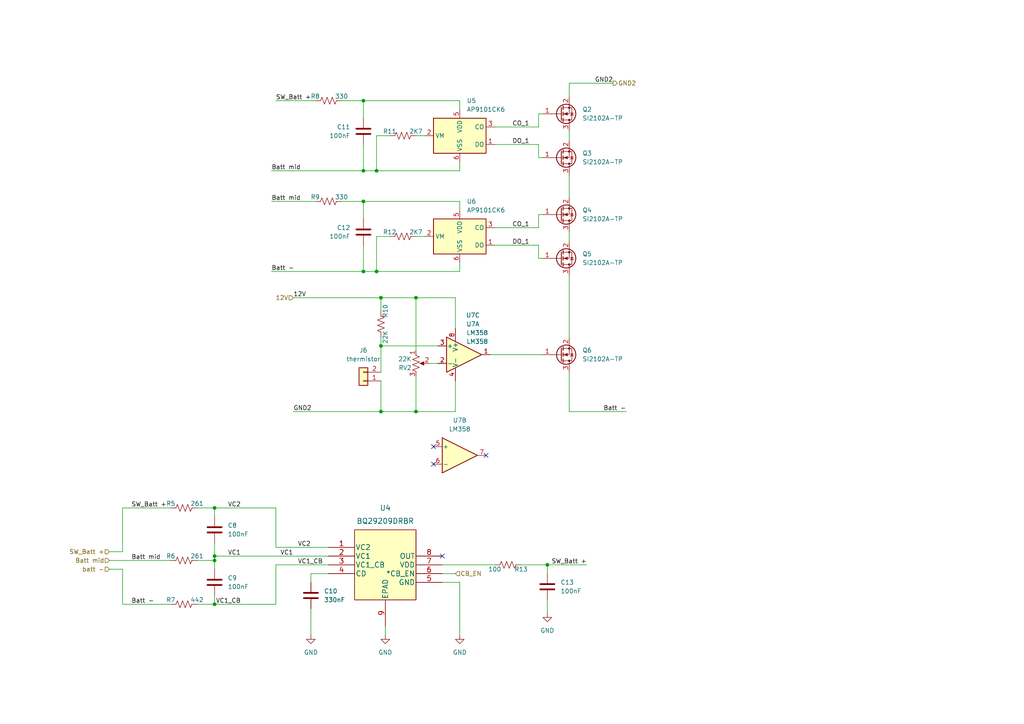
<source format=kicad_sch>
(kicad_sch (version 20211123) (generator eeschema)
  (paper "A4")
  (lib_symbols
    (symbol "Amplifier_Operational:LM358" (pin_names (offset 0.127))
      (property "Reference" "U" (at 0 5.08 0))
      (property "Value" "LM358" (at 0 -5.08 0))
      (symbol "LM358_1_1"
        (polyline (pts (xy -5.08 5.08) (xy 5.08 0) (xy -5.08 -5.08) (xy -5.08 5.08)) (stroke (width 0.254)) (fill (type background)))
        (pin output line (at 7.62 0 180) (length 2.54) (name "~") (number "1"))
        (pin input line (at -7.62 -2.54 0) (length 2.54) (name "-") (number "2"))
        (pin input line (at -7.62 2.54 0) (length 2.54) (name "+") (number "3"))
      )
      (symbol "LM358_2_1"
        (polyline (pts (xy -5.08 5.08) (xy 5.08 0) (xy -5.08 -5.08) (xy -5.08 5.08)) (stroke (width 0.254)) (fill (type background)))
        (pin input line (at -7.62 2.54 0) (length 2.54) (name "+") (number "5"))
        (pin input line (at -7.62 -2.54 0) (length 2.54) (name "-") (number "6"))
        (pin output line (at 7.62 0 180) (length 2.54) (name "~") (number "7"))
      )
      (symbol "LM358_3_1"
        (pin power_in line (at -2.54 -7.62 90) (length 3.81) (name "V-") (number "4"))
        (pin power_in line (at -2.54 7.62 270) (length 3.81) (name "V+") (number "8"))
      )
    )
    (symbol "Battery_Management:AP9101CK6"
      (property "Reference" "U" (at -7.62 6.35 0))
      (property "Value" "AP9101CK6" (at 7.62 6.35 0))
      (symbol "AP9101CK6_0_1"
        (rectangle (start -7.62 5.08) (end 7.62 -5.08) (stroke (width 0.254)) (fill (type background)))
      )
      (symbol "AP9101CK6_1_1"
        (pin output line (at 10.16 -2.54 180) (length 2.54) (name "DO") (number "1"))
        (pin passive line (at -10.16 0 0) (length 2.54) (name "VM") (number "2"))
        (pin output line (at 10.16 2.54 180) (length 2.54) (name "CO") (number "3"))
        (pin no_connect line (at -7.62 -2.54 0) (length 2.54) hide (name "NC") (number "4"))
        (pin power_in line (at 0 7.62 270) (length 2.54) (name "VDD") (number "5"))
        (pin power_in line (at 0 -7.62 90) (length 2.54) (name "VSS") (number "6"))
      )
    )
    (symbol "Connector_Generic:Conn_01x02" (pin_names (offset 1.016) hide)
      (property "Reference" "J" (at 0 2.54 0))
      (property "Value" "Conn_01x02" (at 0 -5.08 0))
      (symbol "Conn_01x02_1_1"
        (rectangle (start -1.27 -2.413) (end 0 -2.667) (stroke (width 0.1524)))
        (rectangle (start -1.27 0.127) (end 0 -0.127) (stroke (width 0.1524)))
        (rectangle (start -1.27 1.27) (end 1.27 -3.81) (stroke (width 0.254)) (fill (type background)))
        (pin passive line (at -5.08 0 0) (length 3.81) (name "Pin_1") (number "1"))
        (pin passive line (at -5.08 -2.54 0) (length 3.81) (name "Pin_2") (number "2"))
      )
    )
    (symbol "Device:C" (pin_numbers hide) (pin_names (offset 0.254))
      (property "Reference" "C" (at 0.635 2.54 0))
      (property "Value" "C" (at 0.635 -2.54 0))
      (symbol "C_0_1"
        (polyline (pts (xy -2.032 -0.762) (xy 2.032 -0.762)) (stroke (width 0.508)))
        (polyline (pts (xy -2.032 0.762) (xy 2.032 0.762)) (stroke (width 0.508)))
      )
      (symbol "C_1_1"
        (pin passive line (at 0 3.81 270) (length 2.794) (name "~") (number "1"))
        (pin passive line (at 0 -3.81 90) (length 2.794) (name "~") (number "2"))
      )
    )
    (symbol "Device:R_Potentiometer_US" (pin_names (offset 1.016) hide)
      (property "Reference" "RV" (at -4.445 0 90))
      (property "Value" "R_Potentiometer_US" (at -2.54 0 90))
      (symbol "R_Potentiometer_US_0_1"
        (polyline (pts (xy 0 -2.286) (xy 0 -2.54)))
        (polyline (pts (xy 0 2.54) (xy 0 2.286)))
        (polyline (pts (xy 2.54 0) (xy 1.524 0)))
        (polyline (pts (xy 1.143 0) (xy 2.286 0.508) (xy 2.286 -0.508) (xy 1.143 0)) (fill (type outline)))
        (polyline (pts (xy 0 -0.762) (xy 1.016 -1.143) (xy 0 -1.524) (xy -1.016 -1.905) (xy 0 -2.286)))
        (polyline (pts (xy 0 0.762) (xy 1.016 0.381) (xy 0 0) (xy -1.016 -0.381) (xy 0 -0.762)))
        (polyline (pts (xy 0 2.286) (xy 1.016 1.905) (xy 0 1.524) (xy -1.016 1.143) (xy 0 0.762)))
      )
      (symbol "R_Potentiometer_US_1_1"
        (pin passive line (at 0 3.81 270) (length 1.27) (name "1") (number "1"))
        (pin passive line (at 3.81 0 180) (length 1.27) (name "2") (number "2"))
        (pin passive line (at 0 -3.81 90) (length 1.27) (name "3") (number "3"))
      )
    )
    (symbol "Device:R_US" (pin_numbers hide) (pin_names (offset 0))
      (property "Reference" "R" (at 2.54 0 90))
      (property "Value" "R_US" (at -2.54 0 90))
      (symbol "R_US_0_1"
        (polyline (pts (xy 0 -2.286) (xy 0 -2.54)))
        (polyline (pts (xy 0 2.286) (xy 0 2.54)))
        (polyline (pts (xy 0 -0.762) (xy 1.016 -1.143) (xy 0 -1.524) (xy -1.016 -1.905) (xy 0 -2.286)))
        (polyline (pts (xy 0 0.762) (xy 1.016 0.381) (xy 0 0) (xy -1.016 -0.381) (xy 0 -0.762)))
        (polyline (pts (xy 0 2.286) (xy 1.016 1.905) (xy 0 1.524) (xy -1.016 1.143) (xy 0 0.762)))
      )
      (symbol "R_US_1_1"
        (pin passive line (at 0 3.81 270) (length 1.27) (name "~") (number "1"))
        (pin passive line (at 0 -3.81 90) (length 1.27) (name "~") (number "2"))
      )
    )
    (symbol "My_library:BQ29209DRBR" (pin_names (offset 0.254))
      (property "Reference" "U" (at 7.62 8.89 0))
      (property "Value" "BQ29209DRBR" (at 15.24 6.35 0))
      (symbol "BQ29209DRBR_0_1"
        (rectangle (start 7.62 -15.24) (end 25.4 5.08))
        (rectangle (start 7.62 5.08) (end 25.4 -15.24) (fill (type background)))
      )
      (symbol "BQ29209DRBR_1_1"
        (polyline (pts (xy 7.62 -15.24) (xy 25.4 -15.24)) (stroke (width 0.127)))
        (polyline (pts (xy 7.62 5.08) (xy 7.62 -15.24)) (stroke (width 0.127)))
        (polyline (pts (xy 25.4 -15.24) (xy 25.4 5.08)) (stroke (width 0.127)))
        (polyline (pts (xy 25.4 5.08) (xy 7.62 5.08)) (stroke (width 0.127)))
        (pin input line (at 0 0 0) (length 7.62) (name "VC2") (number "1"))
        (pin input line (at 0 -2.54 0) (length 7.62) (name "VC1") (number "2"))
        (pin input line (at 0 -5.08 0) (length 7.62) (name "VC1_CB") (number "3"))
        (pin unspecified line (at 0 -7.62 0) (length 7.62) (name "CD") (number "4"))
        (pin power_in line (at 33.02 -10.16 180) (length 7.62) (name "GND") (number "5"))
        (pin unspecified line (at 33.02 -7.62 180) (length 7.62) (name "*CB_EN") (number "6"))
        (pin power_in line (at 33.02 -5.08 180) (length 7.62) (name "VDD") (number "7"))
        (pin output line (at 33.02 -2.54 180) (length 7.62) (name "OUT") (number "8"))
        (pin power_in line (at 16.51 -22.86 90) (length 7.62) (name "EPAD") (number "9"))
      )
    )
    (symbol "Transistor_FET:SI2102A-TP" (pin_names hide)
      (property "Reference" "Q" (at 5.08 1.905 0))
      (property "Value" "SI2102A-TP" (at 5.08 0 0))
      (symbol "SI2102A-TP_0_1"
        (polyline (pts (xy 0.254 0) (xy -2.54 0)))
        (polyline (pts (xy 0.254 1.905) (xy 0.254 -1.905)) (stroke (width 0.254)))
        (polyline (pts (xy 0.762 -1.27) (xy 0.762 -2.286)) (stroke (width 0.254)))
        (polyline (pts (xy 0.762 0.508) (xy 0.762 -0.508)) (stroke (width 0.254)))
        (polyline (pts (xy 0.762 2.286) (xy 0.762 1.27)) (stroke (width 0.254)))
        (polyline (pts (xy 2.54 2.54) (xy 2.54 1.778)))
        (polyline (pts (xy 2.54 -2.54) (xy 2.54 0) (xy 0.762 0)))
        (polyline (pts (xy 0.762 -1.778) (xy 3.302 -1.778) (xy 3.302 1.778) (xy 0.762 1.778)))
        (polyline (pts (xy 1.016 0) (xy 2.032 0.381) (xy 2.032 -0.381) (xy 1.016 0)) (fill (type outline)))
        (polyline (pts (xy 2.794 0.508) (xy 2.921 0.381) (xy 3.683 0.381) (xy 3.81 0.254)))
        (polyline (pts (xy 3.302 0.381) (xy 2.921 -0.254) (xy 3.683 -0.254) (xy 3.302 0.381)))
        (circle (center 1.651 0) (radius 2.794) (stroke (width 0.254)))
        (circle (center 2.54 -1.778) (radius 0.254) (fill (type outline)))
        (circle (center 2.54 1.778) (radius 0.254) (fill (type outline)))
      )
      (symbol "SI2102A-TP_1_1"
        (pin input line (at -5.08 0 0) (length 2.54) (name "G") (number "1"))
        (pin passive line (at 2.54 -5.08 90) (length 2.54) (name "S") (number "2"))
        (pin passive line (at 2.54 5.08 270) (length 2.54) (name "D") (number "3"))
      )
    )
    (symbol "power:GND" (power) (pin_names (offset 0))
      (property "Value" "GND" (at 0 -3.81 0))
      (symbol "GND_0_1"
        (polyline (pts (xy 0 0) (xy 0 -1.27) (xy 1.27 -1.27) (xy 0 -2.54) (xy -1.27 -1.27) (xy 0 -1.27)))
      )
      (symbol "GND_1_1"
        (pin power_in line (at 0 0 270) (length 0) hide (name "GND") (number "1"))
      )
    )
  )
  (junction (at 105.41 29.21))
  (junction (at 62.23 162.56))
  (junction (at 158.75 163.83))
  (junction (at 110.49 119.38))
  (junction (at 110.49 100.33))
  (junction (at 105.41 58.42))
  (junction (at 109.22 78.74))
  (junction (at 62.23 161.29))
  (junction (at 105.41 78.74))
  (junction (at 105.41 49.53))
  (junction (at 109.22 49.53))
  (junction (at 120.65 86.36))
  (junction (at 62.23 147.32))
  (junction (at 120.65 119.38))
  (junction (at 62.23 175.26))
  (junction (at 110.49 86.36))
  (no_connect (at 125.73 129.54))
  (no_connect (at 125.73 134.62))
  (no_connect (at 140.97 132.08))
  (no_connect (at 128.27 161.29))
  (wire (pts (xy 111.76 181.61) (xy 111.76 184.15)))
  (wire (pts (xy 156.21 62.23) (xy 157.48 62.23)))
  (wire (pts (xy 165.1 67.31) (xy 165.1 69.85)))
  (wire (pts (xy 133.35 60.96) (xy 133.35 58.42)))
  (wire (pts (xy 120.65 68.58) (xy 123.19 68.58)))
  (wire (pts (xy 165.1 24.13) (xy 165.1 27.94)))
  (wire (pts (xy 143.51 66.04) (xy 156.21 66.04)))
  (wire (pts (xy 120.65 119.38) (xy 110.49 119.38)))
  (wire (pts (xy 62.23 162.56) (xy 62.23 165.1)))
  (wire (pts (xy 35.56 165.1) (xy 35.56 175.26)))
  (wire (pts (xy 105.41 58.42) (xy 133.35 58.42)))
  (wire (pts (xy 158.75 163.83) (xy 170.18 163.83)))
  (wire (pts (xy 165.1 24.13) (xy 177.8 24.13)))
  (wire (pts (xy 31.75 165.1) (xy 35.56 165.1)))
  (wire (pts (xy 62.23 157.48) (xy 62.23 161.29)))
  (wire (pts (xy 110.49 100.33) (xy 127 100.33)))
  (wire (pts (xy 110.49 97.79) (xy 110.49 100.33)))
  (wire (pts (xy 105.41 78.74) (xy 109.22 78.74)))
  (wire (pts (xy 62.23 147.32) (xy 62.23 149.86)))
  (wire (pts (xy 31.75 160.02) (xy 35.56 160.02)))
  (wire (pts (xy 99.06 29.21) (xy 105.41 29.21)))
  (wire (pts (xy 80.01 158.75) (xy 80.01 147.32)))
  (wire (pts (xy 133.35 31.75) (xy 133.35 29.21)))
  (wire (pts (xy 78.74 78.74) (xy 105.41 78.74)))
  (wire (pts (xy 99.06 58.42) (xy 105.41 58.42)))
  (wire (pts (xy 90.17 176.53) (xy 90.17 184.15)))
  (wire (pts (xy 120.65 39.37) (xy 123.19 39.37)))
  (wire (pts (xy 156.21 71.12) (xy 156.21 74.93)))
  (wire (pts (xy 110.49 110.49) (xy 110.49 119.38)))
  (wire (pts (xy 120.65 109.22) (xy 120.65 119.38)))
  (wire (pts (xy 128.27 166.37) (xy 132.08 166.37)))
  (wire (pts (xy 62.23 161.29) (xy 95.25 161.29)))
  (wire (pts (xy 156.21 36.83) (xy 156.21 33.02)))
  (wire (pts (xy 151.13 163.83) (xy 158.75 163.83)))
  (wire (pts (xy 85.09 119.38) (xy 110.49 119.38)))
  (wire (pts (xy 90.17 166.37) (xy 95.25 166.37)))
  (wire (pts (xy 110.49 86.36) (xy 110.49 90.17)))
  (wire (pts (xy 109.22 39.37) (xy 109.22 49.53)))
  (wire (pts (xy 80.01 175.26) (xy 80.01 163.83)))
  (wire (pts (xy 156.21 33.02) (xy 157.48 33.02)))
  (wire (pts (xy 165.1 50.8) (xy 165.1 57.15)))
  (wire (pts (xy 156.21 66.04) (xy 156.21 62.23)))
  (wire (pts (xy 78.74 58.42) (xy 91.44 58.42)))
  (wire (pts (xy 110.49 100.33) (xy 110.49 107.95)))
  (wire (pts (xy 80.01 163.83) (xy 95.25 163.83)))
  (wire (pts (xy 80.01 29.21) (xy 91.44 29.21)))
  (wire (pts (xy 143.51 71.12) (xy 156.21 71.12)))
  (wire (pts (xy 105.41 41.91) (xy 105.41 49.53)))
  (wire (pts (xy 62.23 147.32) (xy 80.01 147.32)))
  (wire (pts (xy 31.75 162.56) (xy 49.53 162.56)))
  (wire (pts (xy 133.35 168.91) (xy 128.27 168.91)))
  (wire (pts (xy 62.23 172.72) (xy 62.23 175.26)))
  (wire (pts (xy 113.03 39.37) (xy 109.22 39.37)))
  (wire (pts (xy 120.65 101.6) (xy 120.65 86.36)))
  (wire (pts (xy 143.51 36.83) (xy 156.21 36.83)))
  (wire (pts (xy 132.08 110.49) (xy 132.08 119.38)))
  (wire (pts (xy 156.21 45.72) (xy 157.48 45.72)))
  (wire (pts (xy 105.41 29.21) (xy 133.35 29.21)))
  (wire (pts (xy 35.56 160.02) (xy 35.56 147.32)))
  (wire (pts (xy 105.41 71.12) (xy 105.41 78.74)))
  (wire (pts (xy 62.23 175.26) (xy 80.01 175.26)))
  (wire (pts (xy 105.41 58.42) (xy 105.41 63.5)))
  (wire (pts (xy 120.65 119.38) (xy 132.08 119.38)))
  (wire (pts (xy 113.03 68.58) (xy 109.22 68.58)))
  (wire (pts (xy 142.24 102.87) (xy 157.48 102.87)))
  (wire (pts (xy 156.21 74.93) (xy 157.48 74.93)))
  (wire (pts (xy 165.1 38.1) (xy 165.1 40.64)))
  (wire (pts (xy 165.1 119.38) (xy 181.61 119.38)))
  (wire (pts (xy 62.23 162.56) (xy 57.15 162.56)))
  (wire (pts (xy 133.35 184.15) (xy 133.35 168.91)))
  (wire (pts (xy 57.15 147.32) (xy 62.23 147.32)))
  (wire (pts (xy 109.22 78.74) (xy 133.35 78.74)))
  (wire (pts (xy 35.56 175.26) (xy 49.53 175.26)))
  (wire (pts (xy 85.09 86.36) (xy 110.49 86.36)))
  (wire (pts (xy 62.23 161.29) (xy 62.23 162.56)))
  (wire (pts (xy 35.56 147.32) (xy 49.53 147.32)))
  (wire (pts (xy 132.08 95.25) (xy 132.08 86.36)))
  (wire (pts (xy 90.17 168.91) (xy 90.17 166.37)))
  (wire (pts (xy 158.75 173.99) (xy 158.75 177.8)))
  (wire (pts (xy 156.21 41.91) (xy 156.21 45.72)))
  (wire (pts (xy 165.1 107.95) (xy 165.1 119.38)))
  (wire (pts (xy 120.65 86.36) (xy 110.49 86.36)))
  (wire (pts (xy 78.74 49.53) (xy 105.41 49.53)))
  (wire (pts (xy 124.46 105.41) (xy 127 105.41)))
  (wire (pts (xy 133.35 78.74) (xy 133.35 76.2)))
  (wire (pts (xy 95.25 158.75) (xy 80.01 158.75)))
  (wire (pts (xy 109.22 49.53) (xy 133.35 49.53)))
  (wire (pts (xy 57.15 175.26) (xy 62.23 175.26)))
  (wire (pts (xy 128.27 163.83) (xy 143.51 163.83)))
  (wire (pts (xy 132.08 86.36) (xy 120.65 86.36)))
  (wire (pts (xy 158.75 163.83) (xy 158.75 166.37)))
  (wire (pts (xy 165.1 80.01) (xy 165.1 97.79)))
  (wire (pts (xy 109.22 68.58) (xy 109.22 78.74)))
  (wire (pts (xy 133.35 49.53) (xy 133.35 46.99)))
  (wire (pts (xy 143.51 41.91) (xy 156.21 41.91)))
  (wire (pts (xy 105.41 49.53) (xy 109.22 49.53)))
  (wire (pts (xy 105.41 29.21) (xy 105.41 34.29)))
  (label "Batt mid" (at 78.74 49.53 0))
  (label "CO_1" (at 148.59 36.83 0))
  (label "Batt mid" (at 78.74 58.42 0))
  (label "DO_1" (at 148.59 71.12 0))
  (label "VC1_CB" (at 69.85 175.26 180))
  (label "VC1_CB" (at 86.36 163.83 0))
  (label "Batt -" (at 38.1 175.26 0))
  (label "GND2" (at 177.8 24.13 180))
  (label "VC1" (at 81.28 161.29 0))
  (label "VC2" (at 86.36 158.75 0))
  (label "CO_1" (at 148.59 66.04 0))
  (label "Batt -" (at 78.74 78.74 0))
  (label "DO_1" (at 148.59 41.91 0))
  (label "Batt mid" (at 38.1 162.56 0))
  (label "SW_Batt +" (at 38.1 147.32 0))
  (label "SW_Batt +" (at 170.18 163.83 180))
  (label "Batt -" (at 181.61 119.38 180))
  (label "GND2" (at 85.09 119.38 0))
  (label "SW_Batt +" (at 80.01 29.21 0))
  (label "12V" (at 85.09 86.36 0))
  (label "VC1" (at 69.85 161.29 180))
  (label "VC2" (at 69.85 147.32 180))
  (hierarchical_label "Batt mid" (shape input) (at 31.75 162.56 180))
  (hierarchical_label "batt -" (shape input) (at 31.75 165.1 180))
  (hierarchical_label "GND2" (shape output) (at 177.8 24.13 0))
  (hierarchical_label "12V" (shape input) (at 85.09 86.36 180))
  (hierarchical_label "SW_Batt +" (shape input) (at 31.75 160.02 180))
  (hierarchical_label "CB_EN" (shape input) (at 132.08 166.37 0))
  (symbol (lib_id "Battery_Management:AP9101CK6") (at 133.35 68.58 0) (unit 1)
    (property "Reference" "U6" (at 135.3694 58.42 0) (effects (justify left)))
    (property "Value" "AP9101CK6" (at 135.3694 60.96 0) (effects (justify left)))
    (property "Footprint" "Package_TO_SOT_SMD:SOT-23-6" (effects hide))
    (property "Datasheet" "https://www.diodes.com/assets/Datasheets/AP9101C.pdf" (effects hide))
    (property "Part number" "AP9101CK6" (effects hide))
  )
  (symbol (lib_id "Device:R_US") (at 116.84 68.58 270) (unit 1)
    (property "Reference" "R12" (at 113.03 67.31 90))
    (property "Value" "2K7" (at 120.65 67.31 90))
    (property "Footprint" "Resistor_SMD:R_0805_2012Metric_Pad1.20x1.40mm_HandSolder" (effects hide))
    (property "Datasheet" "https://www.seielect.com/catalog/sei-rmcf_rmcp.pdf" (effects hide))
    (property "Digikey link" "https://www.digikey.ca/en/products/detail/stackpole-electronics-inc/RMCF0805FT2K70/1760308" (effects hide))
    (property "Part number" "RMCF0805FT2K70" (effects hide))
  )
  (symbol (lib_id "Transistor_FET:SI2102A-TP") (at 162.56 62.23 0) (mirror x) (unit 1)
    (property "Reference" "Q4" (at 168.91 60.9599 0) (effects (justify left)))
    (property "Value" "SI2102A-TP" (at 168.91 63.4999 0) (effects (justify left)))
    (property "Footprint" "Package_TO_SOT_SMD:SOT-323_SC-70" (effects hide))
    (property "Datasheet" "https://www.mccsemi.com/pdf/Products/SI2102A(SOT-323).pdf" (effects hide))
    (property "Digikey link" "https://www.digikey.ca/en/products/detail/micro-commercial-co/SI2102A-TP/15277502?s=N4IgTCBcDaIMoEkwEYAMYCCBaAKgBRAF0BfIA" (effects hide))
    (property "Part number" "SI2102A-TP" (effects hide))
  )
  (symbol (lib_id "Device:R_Potentiometer_US") (at 120.65 105.41 0) (unit 1)
    (property "Reference" "RV2" (at 119.38 106.68 0) (effects (justify right)))
    (property "Value" "22K" (at 119.38 104.14 0) (effects (justify right)))
    (property "Footprint" "Potentiometer_THT:3362P-1-223LF" (effects hide))
    (property "Datasheet" "https://www.bourns.com/docs/Product-Datasheets/3362.pdf" (effects hide))
    (property "Part number" "3362P-1-223LF" (effects hide))
    (property "Digikey link" "https://www.digikey.ca/en/products/detail/bourns-inc/3362P-1-223LF/2536622" (effects hide))
    (property "Manufacturer" "Bourns Inc." (effects hide))
  )
  (symbol (lib_id "Device:C") (at 62.23 153.67 0) (unit 1)
    (property "Reference" "C8" (at 66.04 152.3999 0) (effects (justify left)))
    (property "Value" "100nF" (at 66.04 154.9399 0) (effects (justify left)))
    (property "Footprint" "Capacitor_SMD:C_0805_2012Metric_Pad1.18x1.45mm_HandSolder" (effects hide))
    (property "Datasheet" "https://www.seielect.com/Catalog/SEI-CML.PDF" (effects hide))
    (property "Digikey link" "https://www.digikey.ca/en/products/detail/stackpole-electronics-inc/CML0805Y5V104ZT50V/10660028" (effects hide))
    (property "Part number" "CML0805Y5V104ZT50V" (effects hide))
  )
  (symbol (lib_id "Device:R_US") (at 110.49 93.98 180) (unit 1)
    (property "Reference" "R10" (at 111.76 90.17 90))
    (property "Value" "22K" (at 111.76 97.79 90))
    (property "Footprint" "Resistor_SMD:R_0805_2012Metric_Pad1.20x1.40mm_HandSolder" (effects hide))
    (property "Datasheet" "https://www.seielect.com/catalog/sei-rmcf_rmcp.pdf" (effects hide))
    (property "Digikey link" "https://www.digikey.ca/en/products/detail/stackpole-electronics-inc/RMCF0201FT113K/5965944" (effects hide))
    (property "Part number" "RMCF0201FT113K" (effects hide))
  )
  (symbol (lib_id "My_library:BQ29209DRBR") (at 95.25 158.75 0) (unit 1)
    (property "Reference" "U4" (at 111.76 147.32 0) (effects (font (size 1.524 1.524))))
    (property "Value" "BQ29209DRBR" (at 111.76 151.13 0) (effects (font (size 1.524 1.524))))
    (property "Footprint" "My_footprints:BQ29209DRBR" (effects hide))
    (property "Datasheet" "https://www.ti.com/lit/ds/symlink/bq29209.pdf?HQS=dis-dk-null-digikeymode-dsf-pf-null-wwe&ts=1667434051714&ref_url=https%253A%252F%252Fwww.ti.com%252Fgeneral%252Fdocs%252Fsuppproductinfo.tsp%253FdistId%253D10%2526gotoUrl%253Dhttps%253A%252F%252Fwww.ti.com%252Flit%252Fgpn%252Fbq29209" (effects hide))
    (property "Digikey link" "https://www.digikey.ca/en/products/detail/texas-instruments/BQ29209DRBR/2350205?s=N4IgTCBcDaIEIEUwE4wAZkBEBKdsgF0BfIA" (effects hide))
    (property "Part number" "BQ29209DRBR" (effects hide))
  )
  (symbol (lib_id "Device:C") (at 90.17 172.72 0) (unit 1)
    (property "Reference" "C10" (at 93.98 171.4499 0) (effects (justify left)))
    (property "Value" "330nF" (at 93.98 173.9899 0) (effects (justify left)))
    (property "Footprint" "Capacitor_SMD:C_0805_2012Metric_Pad1.18x1.45mm_HandSolder" (effects hide))
    (property "Datasheet" "https://www.we-online.com/katalog/datasheet/885012207101.pdf" (effects hide))
    (property "Digikey link" "https://www.digikey.ca/en/products/detail/w%C3%BCrth-elektronik/885012207101/5453531" (effects hide))
    (property "Part number" "885012207101" (effects hide))
  )
  (symbol (lib_id "Device:R_US") (at 116.84 39.37 270) (unit 1)
    (property "Reference" "R11" (at 113.03 38.1 90))
    (property "Value" "2K7" (at 120.65 38.1 90))
    (property "Footprint" "Resistor_SMD:R_0805_2012Metric_Pad1.20x1.40mm_HandSolder" (effects hide))
    (property "Datasheet" "https://www.seielect.com/catalog/sei-rmcf_rmcp.pdf" (effects hide))
    (property "Digikey link" "https://www.digikey.ca/en/products/detail/stackpole-electronics-inc/RMCF0805FT2K70/1760308" (effects hide))
    (property "Part number" "RMCF0805FT2K70" (effects hide))
  )
  (symbol (lib_id "Connector_Generic:Conn_01x02") (at 105.41 110.49 180) (unit 1)
    (property "Reference" "J6" (at 105.41 101.6 0))
    (property "Value" "thermistor" (at 105.41 104.14 0))
    (property "Footprint" "Connector_JST:JST_EH_B2B-EH-A_1x02_P2.50mm_Vertical" (effects hide))
  )
  (symbol (lib_id "Transistor_FET:SI2102A-TP") (at 162.56 74.93 0) (mirror x) (unit 1)
    (property "Reference" "Q5" (at 168.91 73.6599 0) (effects (justify left)))
    (property "Value" "SI2102A-TP" (at 168.91 76.1999 0) (effects (justify left)))
    (property "Footprint" "Package_TO_SOT_SMD:SOT-323_SC-70" (effects hide))
    (property "Datasheet" "https://www.mccsemi.com/pdf/Products/SI2102A(SOT-323).pdf" (effects hide))
    (property "Digikey link" "https://www.digikey.ca/en/products/detail/micro-commercial-co/SI2102A-TP/15277502?s=N4IgTCBcDaIMoEkwEYAMYCCBaAKgBRAF0BfIA" (effects hide))
    (property "Part number" "SI2102A-TP" (effects hide))
  )
  (symbol (lib_id "Transistor_FET:SI2102A-TP") (at 162.56 33.02 0) (mirror x) (unit 1)
    (property "Reference" "Q2" (at 168.91 31.7499 0) (effects (justify left)))
    (property "Value" "SI2102A-TP" (at 168.91 34.2899 0) (effects (justify left)))
    (property "Footprint" "Package_TO_SOT_SMD:SOT-323_SC-70" (effects hide))
    (property "Datasheet" "https://www.mccsemi.com/pdf/Products/SI2102A(SOT-323).pdf" (effects hide))
    (property "Digikey link" "https://www.digikey.ca/en/products/detail/micro-commercial-co/SI2102A-TP/15277502?s=N4IgTCBcDaIMoEkwEYAMYCCBaAKgBRAF0BfIA" (effects hide))
    (property "Part number" "SI2102A-TP" (effects hide))
  )
  (symbol (lib_id "Device:C") (at 105.41 67.31 0) (mirror x) (unit 1)
    (property "Reference" "C12" (at 101.6 66.0399 0) (effects (justify right)))
    (property "Value" "100nF" (at 101.6 68.5799 0) (effects (justify right)))
    (property "Footprint" "Capacitor_SMD:C_0805_2012Metric_Pad1.18x1.45mm_HandSolder" (effects hide))
    (property "Datasheet" "https://www.seielect.com/Catalog/SEI-CML.PDF" (effects hide))
    (property "Digikey link" "https://www.digikey.ca/en/products/detail/stackpole-electronics-inc/CML0805Y5V104ZT50V/10660028" (effects hide))
    (property "Part number" "CML0805Y5V104ZT50V" (effects hide))
  )
  (symbol (lib_id "power:GND") (at 158.75 177.8 0) (unit 1)
    (property "Reference" "#PWR016" (effects hide))
    (property "Value" "GND" (at 158.75 182.88 0))
  )
  (symbol (lib_id "Battery_Management:AP9101CK6") (at 133.35 39.37 0) (unit 1)
    (property "Reference" "U5" (at 135.3694 29.21 0) (effects (justify left)))
    (property "Value" "AP9101CK6" (at 135.3694 31.75 0) (effects (justify left)))
    (property "Footprint" "Package_TO_SOT_SMD:SOT-23-6" (effects hide))
    (property "Datasheet" "https://www.diodes.com/assets/Datasheets/AP9101C.pdf" (effects hide))
    (property "Part number" "AP9101CK6" (effects hide))
  )
  (symbol (lib_id "Device:R_US") (at 53.34 162.56 270) (unit 1)
    (property "Reference" "R6" (at 49.53 161.29 90))
    (property "Value" "261" (at 57.15 161.29 90))
    (property "Footprint" "Resistor_SMD:R_0805_2012Metric_Pad1.20x1.40mm_HandSolder" (effects hide))
    (property "Datasheet" "https://www.seielect.com/catalog/sei-rmcf_rmcp.pdf" (effects hide))
    (property "Digikey link" "https://www.digikey.ca/en/products/detail/stackpole-electronics-inc/RMCF0805FG261R/1712914" (effects hide))
    (property "Part number" "RMCF0805FG261R" (effects hide))
  )
  (symbol (lib_id "Device:R_US") (at 95.25 29.21 270) (unit 1)
    (property "Reference" "R8" (at 91.44 27.94 90))
    (property "Value" "330" (at 99.06 27.94 90))
    (property "Footprint" "Resistor_SMD:R_0805_2012Metric_Pad1.20x1.40mm_HandSolder" (effects hide))
    (property "Datasheet" "https://www.seielect.com/catalog/sei-rmcf_rmcp.pdf" (effects hide))
    (property "Digikey link" "https://www.digikey.ca/en/products/detail/stackpole-electronics-inc/RMCF0805FT330R/1760484" (effects hide))
    (property "Part number" "RMCF0805FT330R" (effects hide))
  )
  (symbol (lib_id "Device:C") (at 158.75 170.18 0) (unit 1)
    (property "Reference" "C13" (at 162.56 168.9099 0) (effects (justify left)))
    (property "Value" "100nF" (at 162.56 171.4499 0) (effects (justify left)))
    (property "Footprint" "Capacitor_SMD:C_0805_2012Metric_Pad1.18x1.45mm_HandSolder" (effects hide))
    (property "Datasheet" "https://www.seielect.com/Catalog/SEI-CML.PDF" (effects hide))
    (property "Digikey link" "https://www.digikey.ca/en/products/detail/stackpole-electronics-inc/CML0805Y5V104ZT50V/10660028" (effects hide))
    (property "Part number" "CML0805Y5V104ZT50V" (effects hide))
  )
  (symbol (lib_id "Amplifier_Operational:LM358") (at 134.62 102.87 0) (unit 1)
    (property "Reference" "U7" (at 137.16 93.98 0))
    (property "Value" "LM358" (at 138.43 99.06 0))
    (property "Footprint" "Package_DIP:DIP-8_W7.62mm_LongPads" (effects hide))
    (property "Datasheet" "http://www.ti.com/lit/ds/symlink/lm2904-n.pdf" (effects hide))
  )
  (symbol (lib_id "Amplifier_Operational:LM358") (at 133.35 132.08 0) (unit 2)
    (property "Reference" "U7" (at 133.35 121.92 0))
    (property "Value" "LM358" (at 133.35 124.46 0))
    (property "Footprint" "Package_DIP:DIP-8_W7.62mm_LongPads" (effects hide))
    (property "Datasheet" "http://www.ti.com/lit/ds/symlink/lm2904-n.pdf" (effects hide))
  )
  (symbol (lib_id "Device:R_US") (at 95.25 58.42 270) (unit 1)
    (property "Reference" "R9" (at 91.44 57.15 90))
    (property "Value" "330" (at 99.06 57.15 90))
    (property "Footprint" "Resistor_SMD:R_0805_2012Metric_Pad1.20x1.40mm_HandSolder" (effects hide))
    (property "Datasheet" "https://www.seielect.com/catalog/sei-rmcf_rmcp.pdf" (effects hide))
    (property "Digikey link" "https://www.digikey.ca/en/products/detail/stackpole-electronics-inc/RMCF0805FT330R/1760484" (effects hide))
    (property "Part number" "RMCF0805FT330R" (effects hide))
  )
  (symbol (lib_id "Transistor_FET:SI2102A-TP") (at 162.56 102.87 0) (mirror x) (unit 1)
    (property "Reference" "Q6" (at 168.91 101.5999 0) (effects (justify left)))
    (property "Value" "SI2102A-TP" (at 168.91 104.14 0) (effects (justify left)))
    (property "Footprint" "Package_TO_SOT_SMD:SOT-323_SC-70" (effects hide))
    (property "Datasheet" "https://www.mccsemi.com/pdf/Products/SI2102A(SOT-323).pdf" (effects hide))
    (property "Digikey link" "https://www.digikey.ca/en/products/detail/micro-commercial-co/SI2102A-TP/15277502?s=N4IgTCBcDaIMoEkwEYAMYCCBaAKgBRAF0BfIA" (effects hide))
    (property "Part number" "SI2102A-TP" (effects hide))
  )
  (symbol (lib_id "Device:C") (at 105.41 38.1 0) (mirror x) (unit 1)
    (property "Reference" "C11" (at 101.6 36.8299 0) (effects (justify right)))
    (property "Value" "100nF" (at 101.6 39.3699 0) (effects (justify right)))
    (property "Footprint" "Capacitor_SMD:C_0805_2012Metric_Pad1.18x1.45mm_HandSolder" (effects hide))
    (property "Datasheet" "https://www.seielect.com/Catalog/SEI-CML.PDF" (effects hide))
    (property "Digikey link" "https://www.digikey.ca/en/products/detail/stackpole-electronics-inc/CML0805Y5V104ZT50V/10660028" (effects hide))
    (property "Part number" "CML0805Y5V104ZT50V" (effects hide))
  )
  (symbol (lib_id "Amplifier_Operational:LM358") (at 134.62 102.87 0) (unit 3)
    (property "Reference" "U7" (at 137.16 91.44 0))
    (property "Value" "LM358" (at 138.43 96.52 0))
    (property "Footprint" "Package_DIP:DIP-8_W7.62mm_LongPads" (effects hide))
    (property "Datasheet" "http://www.ti.com/lit/ds/symlink/lm2904-n.pdf" (effects hide))
  )
  (symbol (lib_id "Device:C") (at 62.23 168.91 0) (unit 1)
    (property "Reference" "C9" (at 66.04 167.6399 0) (effects (justify left)))
    (property "Value" "100nF" (at 66.04 170.1799 0) (effects (justify left)))
    (property "Footprint" "Capacitor_SMD:C_0805_2012Metric_Pad1.18x1.45mm_HandSolder" (effects hide))
    (property "Datasheet" "https://www.seielect.com/Catalog/SEI-CML.PDF" (effects hide))
    (property "Digikey link" "https://www.digikey.ca/en/products/detail/stackpole-electronics-inc/CML0805Y5V104ZT50V/10660028" (effects hide))
    (property "Part number" "CML0805Y5V104ZT50V" (effects hide))
  )
  (symbol (lib_id "Device:R_US") (at 53.34 147.32 270) (unit 1)
    (property "Reference" "R5" (at 49.53 146.05 90))
    (property "Value" "261" (at 57.15 146.05 90))
    (property "Footprint" "Resistor_SMD:R_0805_2012Metric_Pad1.20x1.40mm_HandSolder" (effects hide))
    (property "Datasheet" "https://www.seielect.com/catalog/sei-rmcf_rmcp.pdf" (effects hide))
    (property "Digikey link" "https://www.digikey.ca/en/products/detail/stackpole-electronics-inc/RMCF0805FG261R/1712914" (effects hide))
    (property "Part number" "RMCF0805FG261R" (effects hide))
  )
  (symbol (lib_id "power:GND") (at 133.35 184.15 0) (unit 1)
    (property "Reference" "#PWR015" (effects hide))
    (property "Value" "GND" (at 133.35 189.23 0))
  )
  (symbol (lib_id "Device:R_US") (at 147.32 163.83 90) (unit 1)
    (property "Reference" "R13" (at 151.13 165.1 90))
    (property "Value" "100" (at 143.51 165.1 90))
    (property "Footprint" "Resistor_SMD:R_0805_2012Metric_Pad1.20x1.40mm_HandSolder" (effects hide))
    (property "Datasheet" "https://www.seielect.com/catalog/sei-rmcf_rmcp.pdf" (effects hide))
    (property "Digikey link" "https://www.digikey.ca/en/products/detail/stackpole-electronics-inc/RMCF0805FT100R/1760711" (effects hide))
    (property "Part number" "RMCF0805FT100R" (effects hide))
  )
  (symbol (lib_id "power:GND") (at 111.76 184.15 0) (unit 1)
    (property "Reference" "#PWR014" (effects hide))
    (property "Value" "GND" (at 111.76 189.23 0))
  )
  (symbol (lib_id "Device:R_US") (at 53.34 175.26 270) (unit 1)
    (property "Reference" "R7" (at 49.53 173.99 90))
    (property "Value" "442" (at 57.15 173.99 90))
    (property "Footprint" "Resistor_SMD:R_0805_2012Metric_Pad1.20x1.40mm_HandSolder" (effects hide))
    (property "Datasheet" "https://www.seielect.com/catalog/sei-rmcf_rmcp.pdf" (effects hide))
    (property "Digikey link" "https://www.digikey.ca/en/products/detail/stackpole-electronics-inc/RMCF0805FT442R/1760521" (effects hide))
    (property "Part number" "RMCF0805FT442R" (effects hide))
  )
  (symbol (lib_id "power:GND") (at 90.17 184.15 0) (unit 1)
    (property "Reference" "#PWR013" (effects hide))
    (property "Value" "GND" (at 90.17 189.23 0))
  )
  (symbol (lib_id "Transistor_FET:SI2102A-TP") (at 162.56 45.72 0) (mirror x) (unit 1)
    (property "Reference" "Q3" (at 168.91 44.4499 0) (effects (justify left)))
    (property "Value" "SI2102A-TP" (at 168.91 46.9899 0) (effects (justify left)))
    (property "Footprint" "Package_TO_SOT_SMD:SOT-323_SC-70" (effects hide))
    (property "Datasheet" "https://www.mccsemi.com/pdf/Products/SI2102A(SOT-323).pdf" (effects hide))
    (property "Digikey link" "https://www.digikey.ca/en/products/detail/micro-commercial-co/SI2102A-TP/15277502?s=N4IgTCBcDaIMoEkwEYAMYCCBaAKgBRAF0BfIA" (effects hide))
    (property "Part number" "SI2102A-TP" (effects hide))
  )
)
</source>
